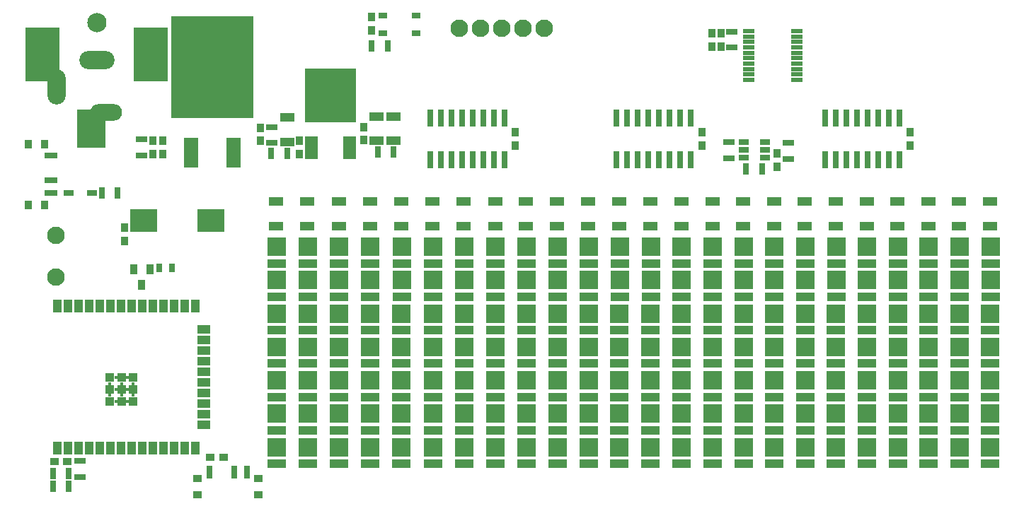
<source format=gts>
G04*
G04 #@! TF.GenerationSoftware,Altium Limited,Altium Designer,22.7.1 (60)*
G04*
G04 Layer_Color=8388736*
%FSLAX25Y25*%
%MOIN*%
G70*
G04*
G04 #@! TF.SameCoordinates,EB09720E-E5E6-4C8F-983A-54733B733D7F*
G04*
G04*
G04 #@! TF.FilePolarity,Negative*
G04*
G01*
G75*
%ADD32R,0.03150X0.03937*%
%ADD40R,0.06693X0.03937*%
%ADD41R,0.05512X0.03150*%
%ADD42R,0.03150X0.05512*%
%ADD43R,0.03494X0.04194*%
%ADD44R,0.04194X0.03494*%
%ADD45R,0.08661X0.08661*%
%ADD46R,0.08661X0.04331*%
%ADD47R,0.04528X0.02559*%
%ADD48R,0.03937X0.06299*%
%ADD49R,0.06299X0.03937*%
%ADD50R,0.03937X0.03937*%
%ADD51R,0.05709X0.01968*%
%ADD52R,0.02756X0.08150*%
%ADD53R,0.04331X0.03150*%
%ADD54R,0.24410X0.25197*%
%ADD55R,0.05158X0.02677*%
%ADD56R,0.38780X0.48425*%
%ADD57R,0.16154X0.25210*%
%ADD58R,0.03543X0.04724*%
%ADD59R,0.06299X0.03150*%
%ADD60R,0.03543X0.04331*%
%ADD61R,0.06299X0.10630*%
%ADD62R,0.06693X0.14173*%
%ADD63R,0.04331X0.03543*%
%ADD64R,0.03150X0.06299*%
%ADD65R,0.13792X0.18123*%
%ADD66R,0.12611X0.10642*%
%ADD67C,0.01575*%
%ADD68C,0.08268*%
%ADD69O,0.16548X0.08674*%
%ADD70O,0.08674X0.16548*%
%ADD71C,0.00394*%
%ADD72C,0.09068*%
%ADD73O,0.14973X0.07887*%
D32*
X66142Y111319D02*
D03*
X72047D02*
D03*
D40*
X168307Y182776D02*
D03*
Y171358D02*
D03*
X176307Y182776D02*
D03*
X126331Y182293D02*
D03*
Y170876D02*
D03*
X176307Y171358D02*
D03*
X457405Y131201D02*
D03*
Y142618D02*
D03*
X442875Y131201D02*
D03*
Y142618D02*
D03*
X428346Y131201D02*
D03*
Y142618D02*
D03*
X413817Y131201D02*
D03*
Y142618D02*
D03*
X399287Y131201D02*
D03*
Y142618D02*
D03*
X384758Y131201D02*
D03*
Y142618D02*
D03*
X370228Y131201D02*
D03*
Y142618D02*
D03*
X355699Y131201D02*
D03*
Y142618D02*
D03*
X341170Y131201D02*
D03*
Y142618D02*
D03*
X326640Y131201D02*
D03*
Y142618D02*
D03*
X312012Y131201D02*
D03*
Y142618D02*
D03*
X297385Y131201D02*
D03*
Y142618D02*
D03*
X282757Y131201D02*
D03*
Y142618D02*
D03*
X268129Y131201D02*
D03*
Y142618D02*
D03*
X253501Y131201D02*
D03*
Y142618D02*
D03*
X238873Y131201D02*
D03*
Y142618D02*
D03*
X224245Y131201D02*
D03*
Y142618D02*
D03*
X209519Y131201D02*
D03*
Y142618D02*
D03*
X194793Y131201D02*
D03*
Y142618D02*
D03*
X180067Y131201D02*
D03*
Y142618D02*
D03*
X165340Y131201D02*
D03*
Y142618D02*
D03*
X150614Y131201D02*
D03*
Y142618D02*
D03*
X135888Y131201D02*
D03*
Y142618D02*
D03*
X121161Y131201D02*
D03*
Y142618D02*
D03*
D41*
X57579Y171907D02*
D03*
Y164427D02*
D03*
X119193Y177854D02*
D03*
Y170374D02*
D03*
X335827Y222835D02*
D03*
Y215354D02*
D03*
X28756Y12752D02*
D03*
Y20232D02*
D03*
X362256Y170354D02*
D03*
Y162874D02*
D03*
X334252Y170669D02*
D03*
Y163189D02*
D03*
D42*
X16016Y8492D02*
D03*
X23496D02*
D03*
X16016Y14492D02*
D03*
X23496D02*
D03*
X176472Y166067D02*
D03*
X168992D02*
D03*
X126279Y165354D02*
D03*
X118799D02*
D03*
X342571Y157953D02*
D03*
X350051D02*
D03*
X38999Y146555D02*
D03*
X46479D02*
D03*
X166189Y216138D02*
D03*
X173669D02*
D03*
D43*
X63079Y171317D02*
D03*
Y165017D02*
D03*
X67579Y171317D02*
D03*
Y165017D02*
D03*
X113831Y177526D02*
D03*
Y171226D02*
D03*
X132185Y171260D02*
D03*
Y164960D02*
D03*
X162307Y177867D02*
D03*
Y171567D02*
D03*
X330709Y222147D02*
D03*
Y215846D02*
D03*
X326476Y222147D02*
D03*
Y215846D02*
D03*
X166189Y229788D02*
D03*
Y223488D02*
D03*
X49595Y130520D02*
D03*
Y124220D02*
D03*
X419882Y168996D02*
D03*
Y175296D02*
D03*
X357039Y165236D02*
D03*
Y158936D02*
D03*
X321850Y168996D02*
D03*
Y175296D02*
D03*
X233760Y169193D02*
D03*
Y175493D02*
D03*
D44*
X96457Y22047D02*
D03*
X90157D02*
D03*
X16606Y19992D02*
D03*
X22906D02*
D03*
D45*
X121358Y121358D02*
D03*
Y105610D02*
D03*
Y89862D02*
D03*
Y74114D02*
D03*
Y58366D02*
D03*
Y42618D02*
D03*
Y26870D02*
D03*
X136084Y121358D02*
D03*
Y105610D02*
D03*
X136071Y89862D02*
D03*
Y74114D02*
D03*
Y58366D02*
D03*
Y42618D02*
D03*
Y26870D02*
D03*
X150811Y121358D02*
D03*
Y105610D02*
D03*
X150783Y89862D02*
D03*
Y74114D02*
D03*
Y58366D02*
D03*
Y42618D02*
D03*
Y26870D02*
D03*
X165537Y121358D02*
D03*
Y105610D02*
D03*
X165496Y89862D02*
D03*
Y74114D02*
D03*
Y58366D02*
D03*
Y42618D02*
D03*
Y26870D02*
D03*
X180263Y121358D02*
D03*
Y105610D02*
D03*
X180208Y89862D02*
D03*
Y74114D02*
D03*
Y58366D02*
D03*
Y42618D02*
D03*
Y26870D02*
D03*
X194990Y121358D02*
D03*
Y105610D02*
D03*
X194920Y89862D02*
D03*
Y74114D02*
D03*
Y58366D02*
D03*
Y42618D02*
D03*
Y26870D02*
D03*
X209716Y121358D02*
D03*
Y105610D02*
D03*
X209633Y89862D02*
D03*
Y74114D02*
D03*
Y58366D02*
D03*
Y42618D02*
D03*
Y26870D02*
D03*
X224442Y121358D02*
D03*
Y105610D02*
D03*
X224345Y89862D02*
D03*
Y74114D02*
D03*
Y58366D02*
D03*
Y42618D02*
D03*
Y26870D02*
D03*
X239070Y121358D02*
D03*
Y105610D02*
D03*
X239057Y89862D02*
D03*
Y74114D02*
D03*
Y58366D02*
D03*
Y42618D02*
D03*
Y26870D02*
D03*
X253698Y121358D02*
D03*
Y105610D02*
D03*
X253671Y89862D02*
D03*
Y74114D02*
D03*
Y58366D02*
D03*
Y42618D02*
D03*
Y26870D02*
D03*
X268326Y121358D02*
D03*
Y105610D02*
D03*
X268285Y89862D02*
D03*
Y74114D02*
D03*
Y58366D02*
D03*
Y42618D02*
D03*
Y26870D02*
D03*
X282954Y121358D02*
D03*
Y105610D02*
D03*
X282899Y89862D02*
D03*
Y74114D02*
D03*
Y58366D02*
D03*
Y42618D02*
D03*
Y26870D02*
D03*
X297581Y121358D02*
D03*
Y105610D02*
D03*
X297513Y89862D02*
D03*
Y74114D02*
D03*
Y58366D02*
D03*
Y42618D02*
D03*
Y26870D02*
D03*
X312209Y121358D02*
D03*
Y105610D02*
D03*
X312127Y89862D02*
D03*
Y74114D02*
D03*
Y58366D02*
D03*
Y42618D02*
D03*
Y26870D02*
D03*
X326837Y121358D02*
D03*
Y105610D02*
D03*
X326741Y89862D02*
D03*
Y74114D02*
D03*
Y58366D02*
D03*
Y42618D02*
D03*
Y26870D02*
D03*
X341366Y121358D02*
D03*
Y105610D02*
D03*
X341355Y89862D02*
D03*
Y74114D02*
D03*
Y58366D02*
D03*
Y42618D02*
D03*
Y26870D02*
D03*
X355896Y121358D02*
D03*
Y105610D02*
D03*
X355871Y89862D02*
D03*
Y74114D02*
D03*
Y58366D02*
D03*
Y42618D02*
D03*
Y26870D02*
D03*
X370425Y121358D02*
D03*
Y105610D02*
D03*
X370386Y89862D02*
D03*
Y74114D02*
D03*
Y58366D02*
D03*
Y42618D02*
D03*
Y26870D02*
D03*
X384955Y121358D02*
D03*
Y105610D02*
D03*
X384902Y89862D02*
D03*
Y74114D02*
D03*
Y58366D02*
D03*
Y42618D02*
D03*
Y26870D02*
D03*
X399484Y121358D02*
D03*
Y105610D02*
D03*
X399417Y89862D02*
D03*
Y74114D02*
D03*
Y58366D02*
D03*
Y42618D02*
D03*
Y26870D02*
D03*
X414013Y121358D02*
D03*
Y105610D02*
D03*
X413933Y89862D02*
D03*
Y74114D02*
D03*
Y58366D02*
D03*
Y42618D02*
D03*
Y26870D02*
D03*
X428543Y121358D02*
D03*
Y105610D02*
D03*
X428448Y89862D02*
D03*
Y74114D02*
D03*
Y58366D02*
D03*
Y42618D02*
D03*
Y26870D02*
D03*
X443072Y121358D02*
D03*
Y105610D02*
D03*
X442964Y89862D02*
D03*
Y74114D02*
D03*
Y58366D02*
D03*
Y42618D02*
D03*
Y26870D02*
D03*
X457602Y121358D02*
D03*
Y105610D02*
D03*
X457480Y89862D02*
D03*
Y74114D02*
D03*
Y58366D02*
D03*
Y42618D02*
D03*
Y26870D02*
D03*
D46*
X121358Y113484D02*
D03*
Y97736D02*
D03*
Y81988D02*
D03*
Y66240D02*
D03*
Y50492D02*
D03*
Y34744D02*
D03*
Y18996D02*
D03*
X136084Y113484D02*
D03*
Y97736D02*
D03*
X136071Y81988D02*
D03*
Y66240D02*
D03*
Y50492D02*
D03*
Y34744D02*
D03*
Y18996D02*
D03*
X150811Y113484D02*
D03*
Y97736D02*
D03*
X150783Y81988D02*
D03*
Y66240D02*
D03*
Y50492D02*
D03*
Y34744D02*
D03*
Y18996D02*
D03*
X165537Y113484D02*
D03*
Y97736D02*
D03*
X165496Y81988D02*
D03*
Y66240D02*
D03*
Y50492D02*
D03*
Y34744D02*
D03*
Y18996D02*
D03*
X180263Y113484D02*
D03*
Y97736D02*
D03*
X180208Y81988D02*
D03*
Y66240D02*
D03*
Y50492D02*
D03*
Y34744D02*
D03*
Y18996D02*
D03*
X194990Y113484D02*
D03*
Y97736D02*
D03*
X194920Y81988D02*
D03*
Y66240D02*
D03*
Y50492D02*
D03*
Y34744D02*
D03*
Y18996D02*
D03*
X209716Y113484D02*
D03*
Y97736D02*
D03*
X209633Y81988D02*
D03*
Y66240D02*
D03*
Y50492D02*
D03*
Y34744D02*
D03*
Y18996D02*
D03*
X224442Y113484D02*
D03*
Y97736D02*
D03*
X224345Y81988D02*
D03*
Y66240D02*
D03*
Y50492D02*
D03*
Y34744D02*
D03*
Y18996D02*
D03*
X239070Y113484D02*
D03*
Y97736D02*
D03*
X239057Y81988D02*
D03*
Y66240D02*
D03*
Y50492D02*
D03*
Y34744D02*
D03*
Y18996D02*
D03*
X253698Y113484D02*
D03*
Y97736D02*
D03*
X253671Y81988D02*
D03*
Y66240D02*
D03*
Y50492D02*
D03*
Y34744D02*
D03*
Y18996D02*
D03*
X268326Y113484D02*
D03*
Y97736D02*
D03*
X268285Y81988D02*
D03*
Y66240D02*
D03*
Y50492D02*
D03*
Y34744D02*
D03*
Y18996D02*
D03*
X282954Y113484D02*
D03*
Y97736D02*
D03*
X282899Y81988D02*
D03*
Y66240D02*
D03*
Y50492D02*
D03*
Y34744D02*
D03*
Y18996D02*
D03*
X297581Y113484D02*
D03*
Y97736D02*
D03*
X297513Y81988D02*
D03*
Y66240D02*
D03*
Y50492D02*
D03*
Y34744D02*
D03*
Y18996D02*
D03*
X312209Y113484D02*
D03*
Y97736D02*
D03*
X312127Y81988D02*
D03*
Y66240D02*
D03*
Y50492D02*
D03*
Y34744D02*
D03*
Y18996D02*
D03*
X326837Y113484D02*
D03*
Y97736D02*
D03*
X326741Y81988D02*
D03*
Y66240D02*
D03*
Y50492D02*
D03*
Y34744D02*
D03*
Y18996D02*
D03*
X341366Y113484D02*
D03*
Y97736D02*
D03*
X341355Y81988D02*
D03*
Y66240D02*
D03*
Y50492D02*
D03*
Y34744D02*
D03*
Y18996D02*
D03*
X355896Y113484D02*
D03*
Y97736D02*
D03*
X355871Y81988D02*
D03*
Y66240D02*
D03*
Y50492D02*
D03*
Y34744D02*
D03*
Y18996D02*
D03*
X370425Y113484D02*
D03*
Y97736D02*
D03*
X370386Y81988D02*
D03*
Y66240D02*
D03*
Y50492D02*
D03*
Y34744D02*
D03*
Y18996D02*
D03*
X384955Y113484D02*
D03*
Y97736D02*
D03*
X384902Y81988D02*
D03*
Y66240D02*
D03*
Y50492D02*
D03*
Y34744D02*
D03*
Y18996D02*
D03*
X399484Y113484D02*
D03*
Y97736D02*
D03*
X399417Y81988D02*
D03*
Y66240D02*
D03*
Y50492D02*
D03*
Y34744D02*
D03*
Y18996D02*
D03*
X414013Y113484D02*
D03*
Y97736D02*
D03*
X413933Y81988D02*
D03*
Y66240D02*
D03*
Y50492D02*
D03*
Y34744D02*
D03*
Y18996D02*
D03*
X428543Y113484D02*
D03*
Y97736D02*
D03*
X428448Y81988D02*
D03*
Y66240D02*
D03*
Y50492D02*
D03*
Y34744D02*
D03*
Y18996D02*
D03*
X443072Y113484D02*
D03*
Y97736D02*
D03*
X442964Y81988D02*
D03*
Y66240D02*
D03*
Y50492D02*
D03*
Y34744D02*
D03*
Y18996D02*
D03*
X457602Y113484D02*
D03*
Y97736D02*
D03*
X457480Y81988D02*
D03*
Y66240D02*
D03*
Y50492D02*
D03*
Y34744D02*
D03*
Y18996D02*
D03*
D47*
X34373Y146752D02*
D03*
X23349D02*
D03*
D48*
X17992Y93457D02*
D03*
X22992D02*
D03*
X27992D02*
D03*
X32992D02*
D03*
X37992D02*
D03*
X42992D02*
D03*
X47992D02*
D03*
X52992D02*
D03*
X57992D02*
D03*
X62992D02*
D03*
X67992D02*
D03*
X72992D02*
D03*
X77992D02*
D03*
X82992D02*
D03*
Y26528D02*
D03*
X77992D02*
D03*
X72992D02*
D03*
X67992D02*
D03*
X62992D02*
D03*
X57992D02*
D03*
X52992D02*
D03*
X47992D02*
D03*
X42992D02*
D03*
X37992D02*
D03*
X32992D02*
D03*
X27992D02*
D03*
X22992D02*
D03*
X17992D02*
D03*
D49*
X86929Y82492D02*
D03*
Y77492D02*
D03*
Y72492D02*
D03*
Y67492D02*
D03*
Y62492D02*
D03*
Y57492D02*
D03*
Y52492D02*
D03*
Y47492D02*
D03*
Y42492D02*
D03*
Y37492D02*
D03*
D50*
X48346Y54048D02*
D03*
X42835D02*
D03*
X48346Y48536D02*
D03*
X53858Y54048D02*
D03*
X42835Y48536D02*
D03*
X53858D02*
D03*
X42835Y59559D02*
D03*
X53858D02*
D03*
X48346D02*
D03*
D51*
X343602Y212795D02*
D03*
Y223031D02*
D03*
Y220472D02*
D03*
Y217913D02*
D03*
Y215354D02*
D03*
Y210236D02*
D03*
Y207677D02*
D03*
Y205118D02*
D03*
Y202559D02*
D03*
Y200000D02*
D03*
X366240D02*
D03*
Y202559D02*
D03*
Y205118D02*
D03*
Y207677D02*
D03*
Y210236D02*
D03*
Y212795D02*
D03*
Y215354D02*
D03*
Y217913D02*
D03*
Y220472D02*
D03*
Y223031D02*
D03*
D52*
X394654Y181890D02*
D03*
X296470D02*
D03*
X208819Y181890D02*
D03*
X414654Y162402D02*
D03*
X316471D02*
D03*
X228819Y162402D02*
D03*
X193819D02*
D03*
X198819D02*
D03*
X203819D02*
D03*
X208819D02*
D03*
X213819D02*
D03*
X218819D02*
D03*
X223819D02*
D03*
X228819Y181890D02*
D03*
X223819D02*
D03*
X218819D02*
D03*
X213819D02*
D03*
X203819D02*
D03*
X198819D02*
D03*
X193819D02*
D03*
X379654Y162402D02*
D03*
X384654D02*
D03*
X389654D02*
D03*
X394654D02*
D03*
X399654D02*
D03*
X404654D02*
D03*
X409654D02*
D03*
X414654Y181890D02*
D03*
X409654D02*
D03*
X404654D02*
D03*
X399654D02*
D03*
X389654D02*
D03*
X384654D02*
D03*
X379654D02*
D03*
X281470Y162402D02*
D03*
X286471D02*
D03*
X291471D02*
D03*
X296470D02*
D03*
X301470D02*
D03*
X306470D02*
D03*
X311471D02*
D03*
X316471Y181890D02*
D03*
X311471D02*
D03*
X306470D02*
D03*
X301470D02*
D03*
X291471D02*
D03*
X286471D02*
D03*
X281470D02*
D03*
D53*
X171315Y230370D02*
D03*
X187063D02*
D03*
Y221905D02*
D03*
X171315D02*
D03*
D54*
X146866Y192807D02*
D03*
D55*
X351378Y166969D02*
D03*
X341496D02*
D03*
X351378Y163228D02*
D03*
Y170709D02*
D03*
X341496Y163228D02*
D03*
Y170709D02*
D03*
D56*
X90996Y206102D02*
D03*
D57*
X62008Y212205D02*
D03*
X11220D02*
D03*
D58*
X54134Y110827D02*
D03*
X57874Y103386D02*
D03*
X61614Y110827D02*
D03*
D59*
X15157Y164370D02*
D03*
Y152559D02*
D03*
Y146653D02*
D03*
D60*
X12205Y141142D02*
D03*
Y169882D02*
D03*
X4331Y141142D02*
D03*
Y169882D02*
D03*
D61*
X155866Y168201D02*
D03*
X137866D02*
D03*
D62*
X80996Y165650D02*
D03*
X100996D02*
D03*
D63*
X84153Y4232D02*
D03*
X112894D02*
D03*
X84153Y12106D02*
D03*
X112894D02*
D03*
D64*
X107382Y15059D02*
D03*
X101476D02*
D03*
X89665D02*
D03*
D65*
X34055Y176969D02*
D03*
D66*
X58846Y133870D02*
D03*
X90342D02*
D03*
D67*
X51102Y59559D02*
D03*
X42835Y56804D02*
D03*
X48346Y51292D02*
D03*
X45591Y59559D02*
D03*
X51102Y48536D02*
D03*
Y54048D02*
D03*
X45591Y48536D02*
D03*
Y54048D02*
D03*
X53858Y51292D02*
D03*
Y56804D02*
D03*
X42835Y51292D02*
D03*
X48346Y56804D02*
D03*
D68*
X227362Y224410D02*
D03*
X17323Y107087D02*
D03*
Y126772D02*
D03*
X247362Y224410D02*
D03*
X237362D02*
D03*
X217362D02*
D03*
X207362D02*
D03*
D69*
X36614Y209449D02*
D03*
D70*
X17717Y196850D02*
D03*
D71*
X8268Y161417D02*
D03*
Y149606D02*
D03*
X104429Y8169D02*
D03*
X92618D02*
D03*
D72*
X36614Y227165D02*
D03*
D73*
X40945Y184646D02*
D03*
M02*

</source>
